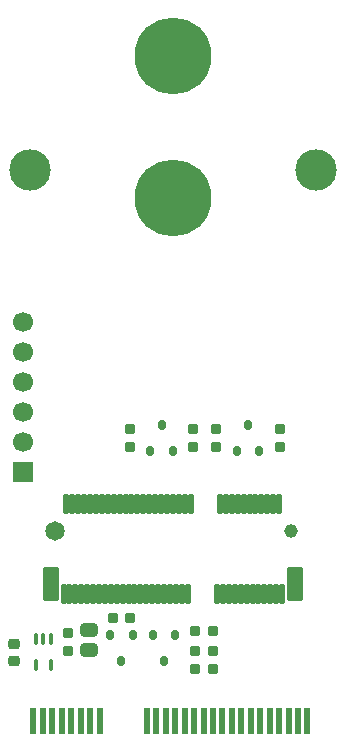
<source format=gbr>
%TF.GenerationSoftware,KiCad,Pcbnew,9.0.0*%
%TF.CreationDate,2025-03-01T15:32:50-05:00*%
%TF.ProjectId,mPCIE-to-M_2_E-Key,6d504349-452d-4746-9f2d-4d5f325f452d,rev?*%
%TF.SameCoordinates,Original*%
%TF.FileFunction,Soldermask,Top*%
%TF.FilePolarity,Negative*%
%FSLAX46Y46*%
G04 Gerber Fmt 4.6, Leading zero omitted, Abs format (unit mm)*
G04 Created by KiCad (PCBNEW 9.0.0) date 2025-03-01 15:32:50*
%MOMM*%
%LPD*%
G01*
G04 APERTURE LIST*
G04 Aperture macros list*
%AMRoundRect*
0 Rectangle with rounded corners*
0 $1 Rounding radius*
0 $2 $3 $4 $5 $6 $7 $8 $9 X,Y pos of 4 corners*
0 Add a 4 corners polygon primitive as box body*
4,1,4,$2,$3,$4,$5,$6,$7,$8,$9,$2,$3,0*
0 Add four circle primitives for the rounded corners*
1,1,$1+$1,$2,$3*
1,1,$1+$1,$4,$5*
1,1,$1+$1,$6,$7*
1,1,$1+$1,$8,$9*
0 Add four rect primitives between the rounded corners*
20,1,$1+$1,$2,$3,$4,$5,0*
20,1,$1+$1,$4,$5,$6,$7,0*
20,1,$1+$1,$6,$7,$8,$9,0*
20,1,$1+$1,$8,$9,$2,$3,0*%
G04 Aperture macros list end*
%ADD10C,1.150000*%
%ADD11C,1.650000*%
%ADD12RoundRect,0.126000X0.126000X0.751000X-0.126000X0.751000X-0.126000X-0.751000X0.126000X-0.751000X0*%
%ADD13RoundRect,0.292500X0.409500X1.184500X-0.409500X1.184500X-0.409500X-1.184500X0.409500X-1.184500X0*%
%ADD14RoundRect,0.205000X-0.259500X0.205000X-0.259500X-0.205000X0.259500X-0.205000X0.259500X0.205000X0*%
%ADD15RoundRect,0.205000X0.259500X-0.205000X0.259500X0.205000X-0.259500X0.205000X-0.259500X-0.205000X0*%
%ADD16RoundRect,0.205000X0.205000X0.259500X-0.205000X0.259500X-0.205000X-0.259500X0.205000X-0.259500X0*%
%ADD17R,1.700000X1.700000*%
%ADD18C,1.700000*%
%ADD19C,6.500000*%
%ADD20RoundRect,0.152250X0.152250X-0.260750X0.152250X0.260750X-0.152250X0.260750X-0.152250X-0.260750X0*%
%ADD21RoundRect,0.152250X-0.152250X0.260750X-0.152250X-0.260750X0.152250X-0.260750X0.152250X0.260750X0*%
%ADD22RoundRect,0.278750X0.453750X-0.278750X0.453750X0.278750X-0.453750X0.278750X-0.453750X-0.278750X0*%
%ADD23RoundRect,0.205000X-0.205000X-0.259500X0.205000X-0.259500X0.205000X0.259500X-0.205000X0.259500X0*%
%ADD24RoundRect,0.100000X-0.100000X0.375000X-0.100000X-0.375000X0.100000X-0.375000X0.100000X0.375000X0*%
%ADD25C,3.500000*%
%ADD26RoundRect,0.217750X0.267250X-0.217750X0.267250X0.217750X-0.267250X0.217750X-0.267250X-0.217750X0*%
%ADD27R,0.600000X2.300000*%
G04 APERTURE END LIST*
D10*
%TO.C,J2*%
X143850000Y-112500000D03*
D11*
X123850000Y-112500000D03*
D12*
X143100000Y-117775000D03*
X142850000Y-110225000D03*
X142600000Y-117775000D03*
X142350000Y-110225000D03*
X142100000Y-117775000D03*
X141850000Y-110225000D03*
X141600000Y-117775000D03*
X141350000Y-110225000D03*
X141100000Y-117775000D03*
X140850000Y-110225000D03*
X140600000Y-117775000D03*
X140350000Y-110225000D03*
X140100000Y-117775000D03*
X139850000Y-110225000D03*
X139600000Y-117775000D03*
X139350000Y-110225000D03*
X139100000Y-117775000D03*
X138850000Y-110225000D03*
X138600000Y-117775000D03*
X138350000Y-110225000D03*
X138100000Y-117775000D03*
X137850000Y-110225000D03*
X137600000Y-117775000D03*
X135350000Y-110225000D03*
X135100000Y-117775000D03*
X134850000Y-110225000D03*
X134600000Y-117775000D03*
X134350000Y-110225000D03*
X134100000Y-117775000D03*
X133850000Y-110225000D03*
X133600000Y-117775000D03*
X133350000Y-110225000D03*
X133100000Y-117775000D03*
X132850000Y-110225000D03*
X132600000Y-117775000D03*
X132350000Y-110225000D03*
X132100000Y-117775000D03*
X131850000Y-110225000D03*
X131600000Y-117775000D03*
X131350000Y-110225000D03*
X131100000Y-117775000D03*
X130850000Y-110225000D03*
X130600000Y-117775000D03*
X130350000Y-110225000D03*
X130100000Y-117775000D03*
X129850000Y-110225000D03*
X129600000Y-117775000D03*
X129350000Y-110225000D03*
X129100000Y-117775000D03*
X128850000Y-110225000D03*
X128600000Y-117775000D03*
X128350000Y-110225000D03*
X128100000Y-117775000D03*
X127850000Y-110225000D03*
X127600000Y-117775000D03*
X127350000Y-110225000D03*
X127100000Y-117775000D03*
X126850000Y-110225000D03*
X126600000Y-117775000D03*
X126350000Y-110225000D03*
X126100000Y-117775000D03*
X125850000Y-110225000D03*
X125600000Y-117775000D03*
X125350000Y-110225000D03*
X125100000Y-117775000D03*
X124850000Y-110225000D03*
X124600000Y-117775000D03*
D13*
X144200000Y-117000000D03*
X123500000Y-117000000D03*
%TD*%
D14*
%TO.C,R9*%
X135600000Y-103845000D03*
X135600000Y-105355000D03*
%TD*%
D15*
%TO.C,R7*%
X130200000Y-105355000D03*
X130200000Y-103845000D03*
%TD*%
D14*
%TO.C,R8*%
X137500000Y-103845000D03*
X137500000Y-105355000D03*
%TD*%
D16*
%TO.C,R3*%
X130255000Y-119800000D03*
X128745000Y-119800000D03*
%TD*%
D17*
%TO.C,J3*%
X121200000Y-107450000D03*
D18*
X121200000Y-104910000D03*
X121200000Y-102370000D03*
X121200000Y-99830000D03*
X121200000Y-97290000D03*
X121200000Y-94750000D03*
%TD*%
D19*
%TO.C,H3*%
X133850000Y-84250000D03*
%TD*%
D20*
%TO.C,Q3*%
X139250000Y-105713000D03*
X141150000Y-105713000D03*
X140200000Y-103487000D03*
%TD*%
D21*
%TO.C,Q1*%
X130450000Y-121237000D03*
X128550000Y-121237000D03*
X129500000Y-123463000D03*
%TD*%
%TO.C,Q2*%
X134050000Y-121237000D03*
X132150000Y-121237000D03*
X133100000Y-123463000D03*
%TD*%
D15*
%TO.C,R1*%
X137250000Y-124155000D03*
X137250000Y-122645000D03*
%TD*%
D22*
%TO.C,C2*%
X126750000Y-122550000D03*
X126750000Y-120850000D03*
%TD*%
D23*
%TO.C,R4*%
X135745000Y-120900000D03*
X137255000Y-120900000D03*
%TD*%
D24*
%TO.C,U1*%
X123550000Y-121650000D03*
X122900000Y-121650000D03*
X122250000Y-121650000D03*
X122250000Y-123850000D03*
X123550000Y-123850000D03*
%TD*%
D15*
%TO.C,R6*%
X142900000Y-105355000D03*
X142900000Y-103845000D03*
%TD*%
D25*
%TO.C,H2*%
X121750000Y-81950000D03*
%TD*%
D20*
%TO.C,Q4*%
X131950000Y-105713000D03*
X133850000Y-105713000D03*
X132900000Y-103487000D03*
%TD*%
D15*
%TO.C,R5*%
X125000000Y-122605000D03*
X125000000Y-121095000D03*
%TD*%
D19*
%TO.C,H4*%
X133850000Y-72250000D03*
%TD*%
D15*
%TO.C,R2*%
X135750000Y-124155000D03*
X135750000Y-122645000D03*
%TD*%
D26*
%TO.C,C1*%
X120400000Y-123500000D03*
X120400000Y-122000000D03*
%TD*%
D27*
%TO.C,J1*%
X122050000Y-128600000D03*
X122850000Y-128600000D03*
X123650000Y-128600000D03*
X124450000Y-128600000D03*
X125250000Y-128600000D03*
X126050000Y-128600000D03*
X126850000Y-128600000D03*
X127650000Y-128600000D03*
X131650000Y-128600000D03*
X132450000Y-128600000D03*
X133250000Y-128600000D03*
X134050000Y-128600000D03*
X134850000Y-128600000D03*
X135650000Y-128600000D03*
X136450000Y-128600000D03*
X137250000Y-128600000D03*
X138050000Y-128600000D03*
X138850000Y-128600000D03*
X139650000Y-128600000D03*
X140450000Y-128600000D03*
X141250000Y-128600000D03*
X142050000Y-128600000D03*
X142850000Y-128600000D03*
X143650000Y-128600000D03*
X144450000Y-128600000D03*
X145250000Y-128600000D03*
%TD*%
D25*
%TO.C,H1*%
X145950000Y-81950000D03*
%TD*%
M02*

</source>
